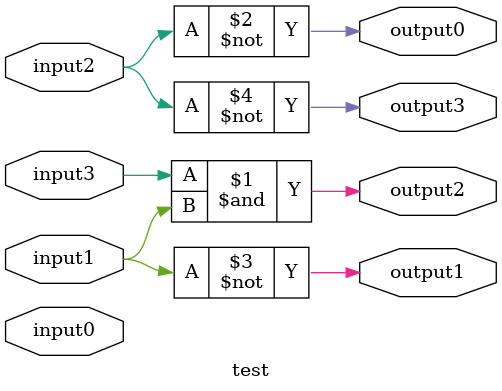
<source format=v>
module test(output0,output1,output2,output3,input0,input1,input2,input3);

	output output0,output1,output2,output3;
	input input0,input1,input2,input3;

	wire output0,output1,output2,output3;

	not #50 (output0,input2);
	not #50 (output1,input1);
	and #50 (output2,input3,input1);
	not #50 (output3,input2);

endmodule
</source>
